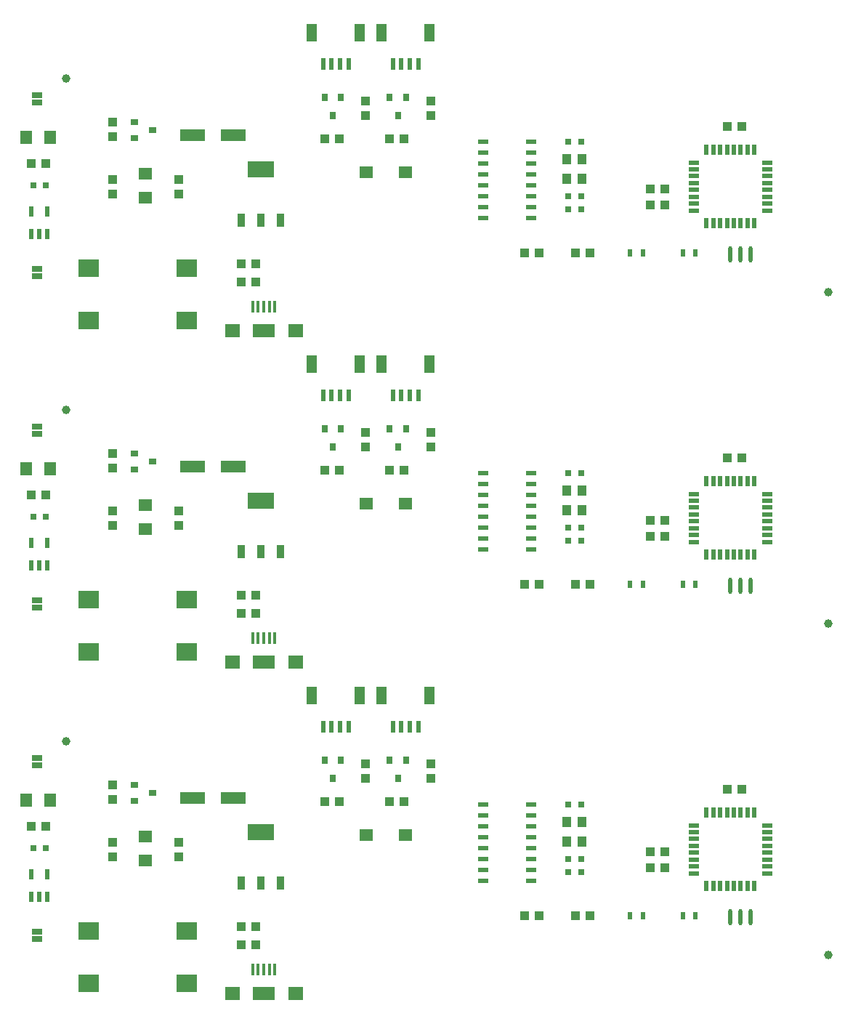
<source format=gtp>
G04 #@! TF.FileFunction,Paste,Top*
%FSLAX46Y46*%
G04 Gerber Fmt 4.6, Leading zero omitted, Abs format (unit mm)*
G04 Created by KiCad (PCBNEW 4.0.6) date 08/03/17 04:28:43*
%MOMM*%
%LPD*%
G01*
G04 APERTURE LIST*
%ADD10C,0.100000*%
%ADD11R,0.800000X0.750000*%
%ADD12R,0.548640X1.198880*%
%ADD13R,1.270000X0.635000*%
%ADD14R,1.597660X1.399540*%
%ADD15R,0.998220X1.099820*%
%ADD16R,2.397760X1.998980*%
%ADD17R,0.398780X1.447800*%
%ADD18R,1.798320X1.498600*%
%ADD19R,2.499360X1.498600*%
%ADD20R,1.099820X0.998220*%
%ADD21R,0.812800X1.524000*%
%ADD22R,3.124200X1.905000*%
%ADD23R,0.599440X1.348740*%
%ADD24R,1.198880X1.998980*%
%ADD25R,0.797560X0.899160*%
%ADD26R,2.999740X1.399540*%
%ADD27R,0.899160X0.797560*%
%ADD28C,0.998220*%
%ADD29R,1.399540X1.597660*%
%ADD30R,1.524000X1.468120*%
%ADD31R,1.198880X0.599440*%
%ADD32O,0.449580X1.905000*%
%ADD33R,0.558800X1.270000*%
%ADD34R,1.270000X0.558800*%
%ADD35R,0.500000X0.900000*%
%ADD36R,1.099820X1.198880*%
G04 APERTURE END LIST*
D10*
D11*
X42799000Y-139954000D03*
X41299000Y-139954000D03*
X42799000Y-101346000D03*
X41299000Y-101346000D03*
D12*
X41061640Y-145620740D03*
X42011600Y-145620740D03*
X42959020Y-145620740D03*
X42959020Y-143024860D03*
X41061640Y-143024860D03*
X41061640Y-107012740D03*
X42011600Y-107012740D03*
X42959020Y-107012740D03*
X42959020Y-104416860D03*
X41061640Y-104416860D03*
D13*
X41783000Y-150520400D03*
X41783000Y-149707600D03*
X41783000Y-111912400D03*
X41783000Y-111099600D03*
D14*
X54356000Y-138551920D03*
X54356000Y-141351000D03*
X54356000Y-99943920D03*
X54356000Y-102743000D03*
D15*
X50546000Y-139232640D03*
X50546000Y-140929360D03*
X50546000Y-100624640D03*
X50546000Y-102321360D03*
D16*
X59166760Y-155702000D03*
X59166760Y-149603460D03*
X47767240Y-155702000D03*
X47767240Y-149603460D03*
X59166760Y-117094000D03*
X59166760Y-110995460D03*
X47767240Y-117094000D03*
X47767240Y-110995460D03*
D15*
X58293000Y-140929360D03*
X58293000Y-139232640D03*
X58293000Y-102321360D03*
X58293000Y-100624640D03*
D17*
X68186300Y-154122120D03*
X67538600Y-154122120D03*
X69484240Y-154122120D03*
X68834000Y-154122120D03*
D18*
X64503300Y-156845000D03*
X71869300Y-156845000D03*
D19*
X68186300Y-156845000D03*
D17*
X66888360Y-154122120D03*
X68186300Y-115514120D03*
X67538600Y-115514120D03*
X69484240Y-115514120D03*
X68834000Y-115514120D03*
D18*
X64503300Y-118237000D03*
X71869300Y-118237000D03*
D19*
X68186300Y-118237000D03*
D17*
X66888360Y-115514120D03*
D20*
X67269360Y-149098000D03*
X65572640Y-149098000D03*
X67269360Y-110490000D03*
X65572640Y-110490000D03*
D21*
X65547240Y-143990060D03*
X67818000Y-143990060D03*
X70104000Y-143990060D03*
D22*
X67818000Y-138051540D03*
D21*
X65547240Y-105382060D03*
X67818000Y-105382060D03*
X70104000Y-105382060D03*
D22*
X67818000Y-99443540D03*
D20*
X65572640Y-151180800D03*
X67269360Y-151180800D03*
X65572640Y-112572800D03*
X67269360Y-112572800D03*
D23*
X78084680Y-125846840D03*
X77083920Y-125846840D03*
X76088240Y-125846840D03*
X75087480Y-125846840D03*
D24*
X73787000Y-122174000D03*
X79385160Y-122174000D03*
D23*
X78084680Y-87238840D03*
X77083920Y-87238840D03*
X76088240Y-87238840D03*
X75087480Y-87238840D03*
D24*
X73787000Y-83566000D03*
X79385160Y-83566000D03*
D25*
X77149960Y-129730500D03*
X75250040Y-129730500D03*
X76200000Y-131828540D03*
X77149960Y-91122500D03*
X75250040Y-91122500D03*
X76200000Y-93220540D03*
D26*
X64643000Y-134112000D03*
X59847480Y-134112000D03*
X64643000Y-95504000D03*
X59847480Y-95504000D03*
D20*
X75250040Y-134493000D03*
X76946760Y-134493000D03*
X75250040Y-95885000D03*
X76946760Y-95885000D03*
D15*
X50546000Y-132588000D03*
X50546000Y-134284720D03*
X50546000Y-93980000D03*
X50546000Y-95676720D03*
D27*
X53086000Y-132588000D03*
X53086000Y-134485380D03*
X55184040Y-133537960D03*
X53086000Y-93980000D03*
X53086000Y-95877380D03*
X55184040Y-94929960D03*
D13*
X41783000Y-129489200D03*
X41783000Y-130302000D03*
X41783000Y-90881200D03*
X41783000Y-91694000D03*
D28*
X45148500Y-127508000D03*
X45148500Y-88900000D03*
D29*
X43307000Y-134366000D03*
X40507920Y-134366000D03*
X43307000Y-95758000D03*
X40507920Y-95758000D03*
D20*
X42799000Y-137414000D03*
X41102280Y-137414000D03*
X42799000Y-98806000D03*
X41102280Y-98806000D03*
X98592640Y-147828000D03*
X100289360Y-147828000D03*
X98592640Y-109220000D03*
X100289360Y-109220000D03*
D30*
X84698840Y-138430000D03*
X80147160Y-138430000D03*
X84698840Y-99822000D03*
X80147160Y-99822000D03*
D31*
X99319080Y-143764000D03*
X99319080Y-142494000D03*
X99319080Y-141224000D03*
X99319080Y-139954000D03*
X99319080Y-138684000D03*
X99319080Y-137414000D03*
X99319080Y-136144000D03*
X99319080Y-134874000D03*
X93720920Y-134874000D03*
X93720920Y-136144000D03*
X93720920Y-137414000D03*
X93720920Y-138684000D03*
X93720920Y-139954000D03*
X93720920Y-141224000D03*
X93720920Y-142494000D03*
X93720920Y-143764000D03*
X99319080Y-105156000D03*
X99319080Y-103886000D03*
X99319080Y-102616000D03*
X99319080Y-101346000D03*
X99319080Y-100076000D03*
X99319080Y-98806000D03*
X99319080Y-97536000D03*
X99319080Y-96266000D03*
X93720920Y-96266000D03*
X93720920Y-97536000D03*
X93720920Y-98806000D03*
X93720920Y-100076000D03*
X93720920Y-101346000D03*
X93720920Y-102616000D03*
X93720920Y-103886000D03*
X93720920Y-105156000D03*
D23*
X86202520Y-125846840D03*
X85201760Y-125846840D03*
X84206080Y-125846840D03*
X83205320Y-125846840D03*
D24*
X81904840Y-122174000D03*
X87503000Y-122174000D03*
D23*
X86202520Y-87238840D03*
X85201760Y-87238840D03*
X84206080Y-87238840D03*
X83205320Y-87238840D03*
D24*
X81904840Y-83566000D03*
X87503000Y-83566000D03*
D25*
X84754720Y-129743200D03*
X82854800Y-129743200D03*
X83804760Y-131841240D03*
X84754720Y-91135200D03*
X82854800Y-91135200D03*
X83804760Y-93233240D03*
D15*
X87630000Y-131851400D03*
X87630000Y-130154680D03*
X87630000Y-93243400D03*
X87630000Y-91546680D03*
D20*
X82844640Y-134493000D03*
X84541360Y-134493000D03*
X82844640Y-95885000D03*
X84541360Y-95885000D03*
D15*
X80035400Y-131826000D03*
X80035400Y-130129280D03*
X80035400Y-93218000D03*
X80035400Y-91521280D03*
D32*
X122499120Y-147955000D03*
X123698000Y-147955000D03*
X124896880Y-147955000D03*
X122499120Y-109347000D03*
X123698000Y-109347000D03*
X124896880Y-109347000D03*
D20*
X123911360Y-133096000D03*
X122214640Y-133096000D03*
X123911360Y-94488000D03*
X122214640Y-94488000D03*
D28*
X133985000Y-152400000D03*
X133985000Y-113792000D03*
D33*
X119755920Y-144373600D03*
X120556020Y-144373600D03*
X121356120Y-144373600D03*
X122156220Y-144373600D03*
X122953780Y-144373600D03*
X123753880Y-144373600D03*
X124553980Y-144373600D03*
X125354080Y-144373600D03*
D34*
X126847600Y-142880080D03*
X126847600Y-142079980D03*
X126847600Y-141279880D03*
X126847600Y-140479780D03*
X126847600Y-139682220D03*
X126847600Y-138882120D03*
X126847600Y-138082020D03*
X126847600Y-137281920D03*
D33*
X125354080Y-135790940D03*
X124553980Y-135790940D03*
X123753880Y-135790940D03*
X122953780Y-135790940D03*
X122156220Y-135790940D03*
X121356120Y-135790940D03*
X120556020Y-135790940D03*
X119755920Y-135790940D03*
D34*
X118264940Y-137281920D03*
X118264940Y-138082020D03*
X118264940Y-138882120D03*
X118264940Y-139682220D03*
X118264940Y-140479780D03*
X118264940Y-141279880D03*
X118264940Y-142079980D03*
X118264940Y-142880080D03*
D33*
X119755920Y-105765600D03*
X120556020Y-105765600D03*
X121356120Y-105765600D03*
X122156220Y-105765600D03*
X122953780Y-105765600D03*
X123753880Y-105765600D03*
X124553980Y-105765600D03*
X125354080Y-105765600D03*
D34*
X126847600Y-104272080D03*
X126847600Y-103471980D03*
X126847600Y-102671880D03*
X126847600Y-101871780D03*
X126847600Y-101074220D03*
X126847600Y-100274120D03*
X126847600Y-99474020D03*
X126847600Y-98673920D03*
D33*
X125354080Y-97182940D03*
X124553980Y-97182940D03*
X123753880Y-97182940D03*
X122953780Y-97182940D03*
X122156220Y-97182940D03*
X121356120Y-97182940D03*
X120556020Y-97182940D03*
X119755920Y-97182940D03*
D34*
X118264940Y-98673920D03*
X118264940Y-99474020D03*
X118264940Y-100274120D03*
X118264940Y-101074220D03*
X118264940Y-101871780D03*
X118264940Y-102671880D03*
X118264940Y-103471980D03*
X118264940Y-104272080D03*
D20*
X113238280Y-140335000D03*
X114935000Y-140335000D03*
X113238280Y-101727000D03*
X114935000Y-101727000D03*
D35*
X116991000Y-147828000D03*
X118491000Y-147828000D03*
X116991000Y-109220000D03*
X118491000Y-109220000D03*
D20*
X114935000Y-142240000D03*
X113238280Y-142240000D03*
X114935000Y-103632000D03*
X113238280Y-103632000D03*
D35*
X112371000Y-147828000D03*
X110871000Y-147828000D03*
X112371000Y-109220000D03*
X110871000Y-109220000D03*
D36*
X103520240Y-136875520D03*
X103520240Y-139222480D03*
X105267760Y-139222480D03*
X105267760Y-136875520D03*
X103520240Y-98267520D03*
X103520240Y-100614480D03*
X105267760Y-100614480D03*
X105267760Y-98267520D03*
D11*
X103644000Y-142748000D03*
X105144000Y-142748000D03*
X103644000Y-104140000D03*
X105144000Y-104140000D03*
X105144000Y-141224000D03*
X103644000Y-141224000D03*
X105144000Y-102616000D03*
X103644000Y-102616000D03*
D20*
X106217720Y-147828000D03*
X104521000Y-147828000D03*
X106217720Y-109220000D03*
X104521000Y-109220000D03*
D11*
X103644000Y-134874000D03*
X105144000Y-134874000D03*
X103644000Y-96266000D03*
X105144000Y-96266000D03*
D31*
X99319080Y-66548000D03*
X99319080Y-65278000D03*
X99319080Y-64008000D03*
X99319080Y-62738000D03*
X99319080Y-61468000D03*
X99319080Y-60198000D03*
X99319080Y-58928000D03*
X99319080Y-57658000D03*
X93720920Y-57658000D03*
X93720920Y-58928000D03*
X93720920Y-60198000D03*
X93720920Y-61468000D03*
X93720920Y-62738000D03*
X93720920Y-64008000D03*
X93720920Y-65278000D03*
X93720920Y-66548000D03*
D20*
X98592640Y-70612000D03*
X100289360Y-70612000D03*
X106217720Y-70612000D03*
X104521000Y-70612000D03*
D35*
X112371000Y-70612000D03*
X110871000Y-70612000D03*
X116991000Y-70612000D03*
X118491000Y-70612000D03*
D20*
X123911360Y-55880000D03*
X122214640Y-55880000D03*
X114935000Y-65024000D03*
X113238280Y-65024000D03*
X113238280Y-63119000D03*
X114935000Y-63119000D03*
D11*
X103644000Y-65532000D03*
X105144000Y-65532000D03*
X105144000Y-64008000D03*
X103644000Y-64008000D03*
D12*
X41061640Y-68404740D03*
X42011600Y-68404740D03*
X42959020Y-68404740D03*
X42959020Y-65808860D03*
X41061640Y-65808860D03*
D11*
X42799000Y-62738000D03*
X41299000Y-62738000D03*
X103644000Y-57658000D03*
X105144000Y-57658000D03*
D20*
X75250040Y-57277000D03*
X76946760Y-57277000D03*
D15*
X80035400Y-54610000D03*
X80035400Y-52913280D03*
D20*
X82844640Y-57277000D03*
X84541360Y-57277000D03*
D15*
X87630000Y-54635400D03*
X87630000Y-52938680D03*
D25*
X84754720Y-52527200D03*
X82854800Y-52527200D03*
X83804760Y-54625240D03*
X77149960Y-52514500D03*
X75250040Y-52514500D03*
X76200000Y-54612540D03*
D20*
X65572640Y-73964800D03*
X67269360Y-73964800D03*
X67269360Y-71882000D03*
X65572640Y-71882000D03*
D17*
X68186300Y-76906120D03*
X67538600Y-76906120D03*
X69484240Y-76906120D03*
X68834000Y-76906120D03*
D18*
X64503300Y-79629000D03*
X71869300Y-79629000D03*
D19*
X68186300Y-79629000D03*
D17*
X66888360Y-76906120D03*
D16*
X59166760Y-78486000D03*
X59166760Y-72387460D03*
X47767240Y-78486000D03*
X47767240Y-72387460D03*
D30*
X84698840Y-61214000D03*
X80147160Y-61214000D03*
D26*
X64643000Y-56896000D03*
X59847480Y-56896000D03*
D21*
X65547240Y-66774060D03*
X67818000Y-66774060D03*
X70104000Y-66774060D03*
D22*
X67818000Y-60835540D03*
D15*
X58293000Y-63713360D03*
X58293000Y-62016640D03*
X50546000Y-62016640D03*
X50546000Y-63713360D03*
D27*
X53086000Y-55372000D03*
X53086000Y-57269380D03*
X55184040Y-56321960D03*
D15*
X50546000Y-55372000D03*
X50546000Y-57068720D03*
D20*
X42799000Y-60198000D03*
X41102280Y-60198000D03*
D32*
X122499120Y-70739000D03*
X123698000Y-70739000D03*
X124896880Y-70739000D03*
D14*
X54356000Y-61335920D03*
X54356000Y-64135000D03*
D29*
X43307000Y-57150000D03*
X40507920Y-57150000D03*
D28*
X45148500Y-50292000D03*
X133985000Y-75184000D03*
D33*
X119755920Y-67157600D03*
X120556020Y-67157600D03*
X121356120Y-67157600D03*
X122156220Y-67157600D03*
X122953780Y-67157600D03*
X123753880Y-67157600D03*
X124553980Y-67157600D03*
X125354080Y-67157600D03*
D34*
X126847600Y-65664080D03*
X126847600Y-64863980D03*
X126847600Y-64063880D03*
X126847600Y-63263780D03*
X126847600Y-62466220D03*
X126847600Y-61666120D03*
X126847600Y-60866020D03*
X126847600Y-60065920D03*
D33*
X125354080Y-58574940D03*
X124553980Y-58574940D03*
X123753880Y-58574940D03*
X122953780Y-58574940D03*
X122156220Y-58574940D03*
X121356120Y-58574940D03*
X120556020Y-58574940D03*
X119755920Y-58574940D03*
D34*
X118264940Y-60065920D03*
X118264940Y-60866020D03*
X118264940Y-61666120D03*
X118264940Y-62466220D03*
X118264940Y-63263780D03*
X118264940Y-64063880D03*
X118264940Y-64863980D03*
X118264940Y-65664080D03*
D36*
X103520240Y-59659520D03*
X103520240Y-62006480D03*
X105267760Y-62006480D03*
X105267760Y-59659520D03*
D23*
X86202520Y-48630840D03*
X85201760Y-48630840D03*
X84206080Y-48630840D03*
X83205320Y-48630840D03*
D24*
X81904840Y-44958000D03*
X87503000Y-44958000D03*
D23*
X78084680Y-48630840D03*
X77083920Y-48630840D03*
X76088240Y-48630840D03*
X75087480Y-48630840D03*
D24*
X73787000Y-44958000D03*
X79385160Y-44958000D03*
D13*
X41783000Y-52273200D03*
X41783000Y-53086000D03*
X41783000Y-73304400D03*
X41783000Y-72491600D03*
M02*

</source>
